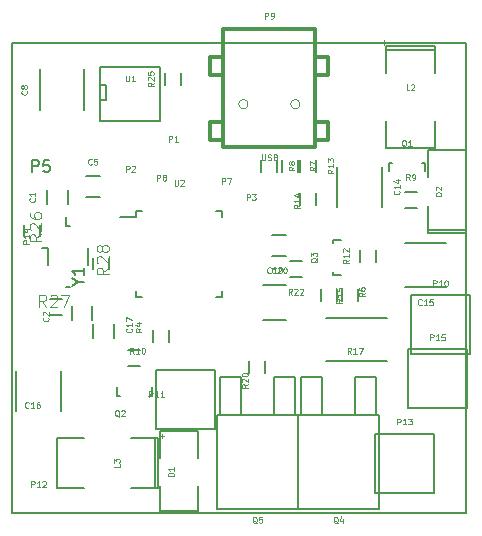
<source format=gbr>
G04 #@! TF.FileFunction,Legend,Top*
%FSLAX45Y45*%
G04 Gerber Fmt 4.5, Leading zero omitted, Abs format (unit mm)*
G04 Created by KiCad (PCBNEW (2015-12-04 BZR 6347, Git 4c88040)-product) date 15.04.2016 21:14:43*
%MOMM*%
G01*
G04 APERTURE LIST*
%ADD10C,0.100000*%
%ADD11C,0.150000*%
%ADD12C,0.304800*%
%ADD13C,0.010000*%
G04 APERTURE END LIST*
D10*
D11*
X17920000Y-9040000D02*
X14080000Y-9040000D01*
X17920000Y-13020000D02*
X17920000Y-9040000D01*
X14080000Y-13020000D02*
X17920000Y-13020000D01*
X14080000Y-9040000D02*
X14080000Y-13020000D01*
X14530000Y-10590000D02*
X14530000Y-10520000D01*
X14380000Y-10780000D02*
X14330000Y-10780000D01*
X14380000Y-10920208D02*
X14380000Y-10780000D01*
X14720000Y-10779896D02*
X14720000Y-10920104D01*
X14530000Y-11110000D02*
X14570000Y-11110000D01*
X14530000Y-10590000D02*
X14570000Y-10590000D01*
X17549916Y-10054976D02*
X17545090Y-10054976D01*
X17270018Y-10125080D02*
X17270018Y-10054976D01*
X17270018Y-10054976D02*
X17294910Y-10054976D01*
X17549916Y-10054976D02*
X17569982Y-10054976D01*
X17569982Y-10054976D02*
X17569982Y-10125080D01*
X15128960Y-10466790D02*
X15128960Y-10519290D01*
X15853960Y-10466790D02*
X15853960Y-10519290D01*
X15853960Y-11191790D02*
X15853960Y-11139290D01*
X15128960Y-11191790D02*
X15128960Y-11139290D01*
X15128960Y-10466790D02*
X15181460Y-10466790D01*
X15128960Y-11191790D02*
X15181460Y-11191790D01*
X15853960Y-11191790D02*
X15801460Y-11191790D01*
X15853960Y-10466790D02*
X15801460Y-10466790D01*
X15128960Y-10519290D02*
X14991460Y-10519290D01*
X14112240Y-11816080D02*
X14112240Y-12161520D01*
X14488160Y-11816080D02*
X14488160Y-12161520D01*
X14823000Y-9244400D02*
X15331000Y-9244400D01*
X15331000Y-9244400D02*
X15331000Y-9701600D01*
X15331000Y-9701600D02*
X14823000Y-9701600D01*
X14823000Y-9701600D02*
X14823000Y-9244400D01*
X14823000Y-9396800D02*
X14873800Y-9396800D01*
X14873800Y-9396800D02*
X14873800Y-9523800D01*
X14873800Y-9523800D02*
X14823000Y-9523800D01*
X16430000Y-10892500D02*
X16530000Y-10892500D01*
X16530000Y-11027500D02*
X16430000Y-11027500D01*
X16086900Y-11835600D02*
X16086900Y-11735600D01*
X16221900Y-11735600D02*
X16221900Y-11835600D01*
X16696500Y-11226000D02*
X16696500Y-11126000D01*
X16831500Y-11126000D02*
X16831500Y-11226000D01*
X16518700Y-10413200D02*
X16518700Y-10313200D01*
X16653700Y-10313200D02*
X16653700Y-10413200D01*
X16518700Y-10133800D02*
X16518700Y-10033800D01*
X16653700Y-10033800D02*
X16653700Y-10133800D01*
X17161700Y-10795800D02*
X17161700Y-10895800D01*
X17026700Y-10895800D02*
X17026700Y-10795800D01*
X15063000Y-11641900D02*
X15163000Y-11641900D01*
X15163000Y-11776900D02*
X15063000Y-11776900D01*
X17502500Y-10440000D02*
X17402500Y-10440000D01*
X17402500Y-10305000D02*
X17502500Y-10305000D01*
X16188500Y-10133800D02*
X16188500Y-10033800D01*
X16323500Y-10033800D02*
X16323500Y-10133800D01*
X16014700Y-12192000D02*
X16014700Y-11874500D01*
X16014700Y-11874500D02*
X15836900Y-11874500D01*
X15836900Y-11874500D02*
X15836900Y-12192000D01*
X16471900Y-12192000D02*
X16471900Y-11874500D01*
X16471900Y-11874500D02*
X16294100Y-11874500D01*
X16294100Y-11874500D02*
X16294100Y-12192000D01*
X15811500Y-12801600D02*
X15811500Y-12192000D01*
X15811500Y-12192000D02*
X16497300Y-12192000D01*
X16497300Y-12192000D02*
X16497300Y-12979400D01*
X16497300Y-12992100D02*
X15811500Y-12992100D01*
X15811500Y-12979400D02*
X15811500Y-12801600D01*
X16700500Y-12192000D02*
X16700500Y-11874500D01*
X16700500Y-11874500D02*
X16522700Y-11874500D01*
X16522700Y-11874500D02*
X16522700Y-12192000D01*
X17157700Y-12192000D02*
X17157700Y-11874500D01*
X17157700Y-11874500D02*
X16979900Y-11874500D01*
X16979900Y-11874500D02*
X16979900Y-12192000D01*
X16497300Y-12801600D02*
X16497300Y-12192000D01*
X16497300Y-12192000D02*
X17183100Y-12192000D01*
X17183100Y-12192000D02*
X17183100Y-12979400D01*
X17183100Y-12992100D02*
X16497300Y-12992100D01*
X16497300Y-12979400D02*
X16497300Y-12801600D01*
X16794976Y-10730084D02*
X16794976Y-10734910D01*
X16865080Y-11009982D02*
X16794976Y-11009982D01*
X16794976Y-11009982D02*
X16794976Y-10985090D01*
X16794976Y-10730084D02*
X16794976Y-10710018D01*
X16794976Y-10710018D02*
X16865080Y-10710018D01*
X14983084Y-12028424D02*
X14987910Y-12028424D01*
X15262982Y-11958320D02*
X15262982Y-12028424D01*
X15262982Y-12028424D02*
X15238090Y-12028424D01*
X14983084Y-12028424D02*
X14963018Y-12028424D01*
X14963018Y-12028424D02*
X14963018Y-11958320D01*
X16280000Y-10672500D02*
X16400000Y-10672500D01*
X16400000Y-10847500D02*
X16280000Y-10847500D01*
X14937500Y-11420000D02*
X14937500Y-11540000D01*
X14762500Y-11540000D02*
X14762500Y-11420000D01*
X14820000Y-10347500D02*
X14700000Y-10347500D01*
X14700000Y-10172500D02*
X14820000Y-10172500D01*
X14757500Y-11270000D02*
X14757500Y-11390000D01*
X14582500Y-11390000D02*
X14582500Y-11270000D01*
X14547500Y-10290000D02*
X14547500Y-10410000D01*
X14372500Y-10410000D02*
X14372500Y-10290000D01*
X15402500Y-11475000D02*
X15402500Y-11575000D01*
X15267500Y-11575000D02*
X15267500Y-11475000D01*
X16874300Y-11226000D02*
X16874300Y-11126000D01*
X17009300Y-11126000D02*
X17009300Y-11226000D01*
X16366300Y-10133800D02*
X16366300Y-10033800D01*
X16501300Y-10033800D02*
X16501300Y-10133800D01*
X17453864Y-11180064D02*
X17953736Y-11180064D01*
X17953736Y-11180064D02*
X17953736Y-11679936D01*
X17953736Y-11679936D02*
X17453864Y-11679936D01*
X17453864Y-11679936D02*
X17453864Y-11180064D01*
X15294864Y-11815064D02*
X15794736Y-11815064D01*
X15794736Y-11815064D02*
X15794736Y-12314936D01*
X15794736Y-12314936D02*
X15294864Y-12314936D01*
X15294864Y-12314936D02*
X15294864Y-11815064D01*
X17150064Y-12350064D02*
X17649936Y-12350064D01*
X17649936Y-12350064D02*
X17649936Y-12849936D01*
X17649936Y-12849936D02*
X17150064Y-12849936D01*
X17150064Y-12849936D02*
X17150064Y-12350064D01*
X17428464Y-11637264D02*
X17928336Y-11637264D01*
X17928336Y-11637264D02*
X17928336Y-12137136D01*
X17928336Y-12137136D02*
X17428464Y-12137136D01*
X17428464Y-12137136D02*
X17428464Y-11637264D01*
X15334000Y-13004600D02*
X15654000Y-13004600D01*
X15333980Y-12324588D02*
X15654020Y-12324588D01*
X15334000Y-13024600D02*
X15654000Y-13024600D01*
X15654528Y-12554966D02*
X15654528Y-12326366D01*
X15333472Y-12326366D02*
X15333472Y-12554966D01*
X15334000Y-12794600D02*
X15334000Y-13024600D01*
X15654000Y-13024600D02*
X15654000Y-12794600D01*
X17600000Y-10630000D02*
X17920000Y-10630000D01*
X17599980Y-9949988D02*
X17920020Y-9949988D01*
X17600000Y-10650000D02*
X17920000Y-10650000D01*
X17920528Y-10180366D02*
X17920528Y-9951766D01*
X17599472Y-9951766D02*
X17599472Y-10180366D01*
X17600000Y-10420000D02*
X17600000Y-10650000D01*
X17920000Y-10650000D02*
X17920000Y-10420000D01*
X17659858Y-9099644D02*
X17239742Y-9099644D01*
X17659858Y-9069578D02*
X17239742Y-9069578D01*
X17659858Y-9929622D02*
X17239742Y-9929622D01*
X17239234Y-9699244D02*
X17239234Y-9927844D01*
X17660366Y-9927844D02*
X17660366Y-9699244D01*
X17660366Y-9299702D02*
X17660366Y-9071102D01*
X17239234Y-9071356D02*
X17239234Y-9299956D01*
X15284356Y-12808458D02*
X15284356Y-12388342D01*
X15314422Y-12808458D02*
X15314422Y-12388342D01*
X14454378Y-12808458D02*
X14454378Y-12388342D01*
X14684756Y-12387834D02*
X14456156Y-12387834D01*
X14456156Y-12808966D02*
X14684756Y-12808966D01*
X15084298Y-12808966D02*
X15312898Y-12808966D01*
X15312644Y-12387834D02*
X15084044Y-12387834D01*
X16830040Y-10088880D02*
X16830040Y-10434320D01*
X17205960Y-10088880D02*
X17205960Y-10434320D01*
X17749520Y-10734040D02*
X17404080Y-10734040D01*
X17749520Y-11109960D02*
X17404080Y-11109960D01*
X16400000Y-11387500D02*
X16200000Y-11387500D01*
X16200000Y-11092500D02*
X16400000Y-11092500D01*
X16732600Y-11374500D02*
X17252600Y-11374500D01*
X17252600Y-11739500D02*
X16732600Y-11739500D01*
X14687960Y-9612720D02*
X14687960Y-9267280D01*
X14312040Y-9612720D02*
X14312040Y-9267280D01*
X15510700Y-9297200D02*
X15510700Y-9397200D01*
X15375700Y-9397200D02*
X15375700Y-9297200D01*
D12*
X16645890Y-9863836D02*
X16756126Y-9863836D01*
X16756126Y-9863836D02*
X16756126Y-9713722D01*
X16756126Y-9713722D02*
X16645890Y-9713722D01*
X15755874Y-9713468D02*
X15866110Y-9713468D01*
X15755874Y-9863582D02*
X15755874Y-9713468D01*
X15866110Y-9863582D02*
X15755874Y-9863582D01*
X15866110Y-9313418D02*
X15755874Y-9313418D01*
X15755874Y-9313418D02*
X15755874Y-9163304D01*
X15755874Y-9163304D02*
X15866110Y-9163304D01*
X16645890Y-9313418D02*
X16756126Y-9313418D01*
X16756126Y-9313418D02*
X16756126Y-9163304D01*
X16756126Y-9163304D02*
X16645890Y-9163304D01*
X16645890Y-8923274D02*
X15866110Y-8923274D01*
X15866110Y-8923274D02*
X15866110Y-9923526D01*
X15866110Y-9923526D02*
X16645890Y-9923526D01*
X16645890Y-9923526D02*
X16645890Y-8923274D01*
D11*
X14182500Y-10680000D02*
X14182500Y-10580000D01*
X14317500Y-10580000D02*
X14317500Y-10680000D01*
X14500000Y-11347500D02*
X14400000Y-11347500D01*
X14400000Y-11212500D02*
X14500000Y-11212500D01*
X14897500Y-10860000D02*
X14897500Y-10960000D01*
X14762500Y-10960000D02*
X14762500Y-10860000D01*
D10*
X16515668Y-9560560D02*
G75*
G03X16515668Y-9560560I-39958J0D01*
G01*
X16075994Y-9560560D02*
G75*
G03X16075994Y-9560560I-39958J0D01*
G01*
D11*
X14637619Y-11067619D02*
X14685238Y-11067619D01*
X14585238Y-11100952D02*
X14637619Y-11067619D01*
X14585238Y-11034286D01*
X14685238Y-10948571D02*
X14685238Y-11005714D01*
X14685238Y-10977143D02*
X14585238Y-10977143D01*
X14599524Y-10986667D01*
X14609048Y-10996191D01*
X14613809Y-11005714D01*
D13*
X17415238Y-9922381D02*
X17410476Y-9920000D01*
X17405714Y-9915238D01*
X17398571Y-9908095D01*
X17393810Y-9905714D01*
X17389048Y-9905714D01*
X17391429Y-9917619D02*
X17386667Y-9915238D01*
X17381905Y-9910476D01*
X17379524Y-9900952D01*
X17379524Y-9884286D01*
X17381905Y-9874762D01*
X17386667Y-9870000D01*
X17391429Y-9867619D01*
X17400952Y-9867619D01*
X17405714Y-9870000D01*
X17410476Y-9874762D01*
X17412857Y-9884286D01*
X17412857Y-9900952D01*
X17410476Y-9910476D01*
X17405714Y-9915238D01*
X17400952Y-9917619D01*
X17391429Y-9917619D01*
X17460476Y-9917619D02*
X17431905Y-9917619D01*
X17446191Y-9917619D02*
X17446191Y-9867619D01*
X17441429Y-9874762D01*
X17436667Y-9879524D01*
X17431905Y-9881905D01*
X15453365Y-10201909D02*
X15453365Y-10242385D01*
X15455746Y-10247147D01*
X15458127Y-10249528D01*
X15462889Y-10251909D01*
X15472412Y-10251909D01*
X15477174Y-10249528D01*
X15479555Y-10247147D01*
X15481936Y-10242385D01*
X15481936Y-10201909D01*
X15503365Y-10206671D02*
X15505746Y-10204290D01*
X15510508Y-10201909D01*
X15522412Y-10201909D01*
X15527174Y-10204290D01*
X15529555Y-10206671D01*
X15531936Y-10211433D01*
X15531936Y-10216195D01*
X15529555Y-10223338D01*
X15500984Y-10251909D01*
X15531936Y-10251909D01*
X14217857Y-12127857D02*
X14215476Y-12130238D01*
X14208333Y-12132619D01*
X14203571Y-12132619D01*
X14196429Y-12130238D01*
X14191667Y-12125476D01*
X14189286Y-12120714D01*
X14186905Y-12111190D01*
X14186905Y-12104048D01*
X14189286Y-12094524D01*
X14191667Y-12089762D01*
X14196429Y-12085000D01*
X14203571Y-12082619D01*
X14208333Y-12082619D01*
X14215476Y-12085000D01*
X14217857Y-12087381D01*
X14265476Y-12132619D02*
X14236905Y-12132619D01*
X14251190Y-12132619D02*
X14251190Y-12082619D01*
X14246429Y-12089762D01*
X14241667Y-12094524D01*
X14236905Y-12096905D01*
X14308333Y-12082619D02*
X14298809Y-12082619D01*
X14294048Y-12085000D01*
X14291667Y-12087381D01*
X14286905Y-12094524D01*
X14284524Y-12104048D01*
X14284524Y-12123095D01*
X14286905Y-12127857D01*
X14289286Y-12130238D01*
X14294048Y-12132619D01*
X14303571Y-12132619D01*
X14308333Y-12130238D01*
X14310714Y-12127857D01*
X14313095Y-12123095D01*
X14313095Y-12111190D01*
X14310714Y-12106429D01*
X14308333Y-12104048D01*
X14303571Y-12101667D01*
X14294048Y-12101667D01*
X14289286Y-12104048D01*
X14286905Y-12106429D01*
X14284524Y-12111190D01*
X15038905Y-9318619D02*
X15038905Y-9359095D01*
X15041286Y-9363857D01*
X15043667Y-9366238D01*
X15048429Y-9368619D01*
X15057952Y-9368619D01*
X15062714Y-9366238D01*
X15065095Y-9363857D01*
X15067476Y-9359095D01*
X15067476Y-9318619D01*
X15117476Y-9368619D02*
X15088905Y-9368619D01*
X15103190Y-9368619D02*
X15103190Y-9318619D01*
X15098429Y-9325762D01*
X15093667Y-9330524D01*
X15088905Y-9332905D01*
X16447857Y-11172619D02*
X16431190Y-11148810D01*
X16419286Y-11172619D02*
X16419286Y-11122619D01*
X16438333Y-11122619D01*
X16443095Y-11125000D01*
X16445476Y-11127381D01*
X16447857Y-11132143D01*
X16447857Y-11139286D01*
X16445476Y-11144048D01*
X16443095Y-11146429D01*
X16438333Y-11148810D01*
X16419286Y-11148810D01*
X16466905Y-11127381D02*
X16469286Y-11125000D01*
X16474048Y-11122619D01*
X16485952Y-11122619D01*
X16490714Y-11125000D01*
X16493095Y-11127381D01*
X16495476Y-11132143D01*
X16495476Y-11136905D01*
X16493095Y-11144048D01*
X16464524Y-11172619D01*
X16495476Y-11172619D01*
X16514524Y-11127381D02*
X16516905Y-11125000D01*
X16521667Y-11122619D01*
X16533571Y-11122619D01*
X16538333Y-11125000D01*
X16540714Y-11127381D01*
X16543095Y-11132143D01*
X16543095Y-11136905D01*
X16540714Y-11144048D01*
X16512143Y-11172619D01*
X16543095Y-11172619D01*
X16072619Y-11932143D02*
X16048809Y-11948809D01*
X16072619Y-11960714D02*
X16022619Y-11960714D01*
X16022619Y-11941667D01*
X16025000Y-11936905D01*
X16027381Y-11934524D01*
X16032143Y-11932143D01*
X16039286Y-11932143D01*
X16044048Y-11934524D01*
X16046429Y-11936905D01*
X16048809Y-11941667D01*
X16048809Y-11960714D01*
X16027381Y-11913095D02*
X16025000Y-11910714D01*
X16022619Y-11905952D01*
X16022619Y-11894048D01*
X16025000Y-11889286D01*
X16027381Y-11886905D01*
X16032143Y-11884524D01*
X16036905Y-11884524D01*
X16044048Y-11886905D01*
X16072619Y-11915476D01*
X16072619Y-11884524D01*
X16022619Y-11853571D02*
X16022619Y-11848809D01*
X16025000Y-11844048D01*
X16027381Y-11841667D01*
X16032143Y-11839286D01*
X16041667Y-11836905D01*
X16053571Y-11836905D01*
X16063095Y-11839286D01*
X16067857Y-11841667D01*
X16070238Y-11844048D01*
X16072619Y-11848809D01*
X16072619Y-11853571D01*
X16070238Y-11858333D01*
X16067857Y-11860714D01*
X16063095Y-11863095D01*
X16053571Y-11865476D01*
X16041667Y-11865476D01*
X16032143Y-11863095D01*
X16027381Y-11860714D01*
X16025000Y-11858333D01*
X16022619Y-11853571D01*
X16872619Y-11212143D02*
X16848810Y-11228809D01*
X16872619Y-11240714D02*
X16822619Y-11240714D01*
X16822619Y-11221667D01*
X16825000Y-11216905D01*
X16827381Y-11214524D01*
X16832143Y-11212143D01*
X16839286Y-11212143D01*
X16844048Y-11214524D01*
X16846429Y-11216905D01*
X16848810Y-11221667D01*
X16848810Y-11240714D01*
X16872619Y-11164524D02*
X16872619Y-11193095D01*
X16872619Y-11178810D02*
X16822619Y-11178810D01*
X16829762Y-11183571D01*
X16834524Y-11188333D01*
X16836905Y-11193095D01*
X16822619Y-11119286D02*
X16822619Y-11143095D01*
X16846429Y-11145476D01*
X16844048Y-11143095D01*
X16841667Y-11138333D01*
X16841667Y-11126429D01*
X16844048Y-11121667D01*
X16846429Y-11119286D01*
X16851191Y-11116905D01*
X16863095Y-11116905D01*
X16867857Y-11119286D01*
X16870238Y-11121667D01*
X16872619Y-11126429D01*
X16872619Y-11138333D01*
X16870238Y-11143095D01*
X16867857Y-11145476D01*
X16512619Y-10412143D02*
X16488809Y-10428810D01*
X16512619Y-10440714D02*
X16462619Y-10440714D01*
X16462619Y-10421667D01*
X16465000Y-10416905D01*
X16467381Y-10414524D01*
X16472143Y-10412143D01*
X16479286Y-10412143D01*
X16484048Y-10414524D01*
X16486429Y-10416905D01*
X16488809Y-10421667D01*
X16488809Y-10440714D01*
X16512619Y-10364524D02*
X16512619Y-10393095D01*
X16512619Y-10378810D02*
X16462619Y-10378810D01*
X16469762Y-10383571D01*
X16474524Y-10388333D01*
X16476905Y-10393095D01*
X16479286Y-10321667D02*
X16512619Y-10321667D01*
X16460238Y-10333571D02*
X16495952Y-10345476D01*
X16495952Y-10314524D01*
X16798819Y-10115943D02*
X16775009Y-10132610D01*
X16798819Y-10144514D02*
X16748819Y-10144514D01*
X16748819Y-10125467D01*
X16751200Y-10120705D01*
X16753581Y-10118324D01*
X16758343Y-10115943D01*
X16765486Y-10115943D01*
X16770248Y-10118324D01*
X16772629Y-10120705D01*
X16775009Y-10125467D01*
X16775009Y-10144514D01*
X16798819Y-10068324D02*
X16798819Y-10096895D01*
X16798819Y-10082610D02*
X16748819Y-10082610D01*
X16755962Y-10087371D01*
X16760724Y-10092133D01*
X16763105Y-10096895D01*
X16748819Y-10051657D02*
X16748819Y-10020705D01*
X16767867Y-10037371D01*
X16767867Y-10030229D01*
X16770248Y-10025467D01*
X16772629Y-10023086D01*
X16777391Y-10020705D01*
X16789295Y-10020705D01*
X16794057Y-10023086D01*
X16796438Y-10025467D01*
X16798819Y-10030229D01*
X16798819Y-10044514D01*
X16796438Y-10049276D01*
X16794057Y-10051657D01*
X16926819Y-10877943D02*
X16903010Y-10894610D01*
X16926819Y-10906514D02*
X16876819Y-10906514D01*
X16876819Y-10887467D01*
X16879200Y-10882705D01*
X16881581Y-10880324D01*
X16886343Y-10877943D01*
X16893486Y-10877943D01*
X16898248Y-10880324D01*
X16900629Y-10882705D01*
X16903010Y-10887467D01*
X16903010Y-10906514D01*
X16926819Y-10830324D02*
X16926819Y-10858895D01*
X16926819Y-10844610D02*
X16876819Y-10844610D01*
X16883962Y-10849371D01*
X16888724Y-10854133D01*
X16891105Y-10858895D01*
X16881581Y-10811276D02*
X16879200Y-10808895D01*
X16876819Y-10804133D01*
X16876819Y-10792229D01*
X16879200Y-10787467D01*
X16881581Y-10785086D01*
X16886343Y-10782705D01*
X16891105Y-10782705D01*
X16898248Y-10785086D01*
X16926819Y-10813657D01*
X16926819Y-10782705D01*
X15107857Y-11672619D02*
X15091190Y-11648809D01*
X15079286Y-11672619D02*
X15079286Y-11622619D01*
X15098333Y-11622619D01*
X15103095Y-11625000D01*
X15105476Y-11627381D01*
X15107857Y-11632143D01*
X15107857Y-11639286D01*
X15105476Y-11644048D01*
X15103095Y-11646429D01*
X15098333Y-11648809D01*
X15079286Y-11648809D01*
X15155476Y-11672619D02*
X15126905Y-11672619D01*
X15141190Y-11672619D02*
X15141190Y-11622619D01*
X15136429Y-11629762D01*
X15131667Y-11634524D01*
X15126905Y-11636905D01*
X15186429Y-11622619D02*
X15191190Y-11622619D01*
X15195952Y-11625000D01*
X15198333Y-11627381D01*
X15200714Y-11632143D01*
X15203095Y-11641667D01*
X15203095Y-11653571D01*
X15200714Y-11663095D01*
X15198333Y-11667857D01*
X15195952Y-11670238D01*
X15191190Y-11672619D01*
X15186429Y-11672619D01*
X15181667Y-11670238D01*
X15179286Y-11667857D01*
X15176905Y-11663095D01*
X15174524Y-11653571D01*
X15174524Y-11641667D01*
X15176905Y-11632143D01*
X15179286Y-11627381D01*
X15181667Y-11625000D01*
X15186429Y-11622619D01*
X17444167Y-10205119D02*
X17427500Y-10181310D01*
X17415595Y-10205119D02*
X17415595Y-10155119D01*
X17434643Y-10155119D01*
X17439405Y-10157500D01*
X17441786Y-10159881D01*
X17444167Y-10164643D01*
X17444167Y-10171786D01*
X17441786Y-10176548D01*
X17439405Y-10178929D01*
X17434643Y-10181310D01*
X17415595Y-10181310D01*
X17467976Y-10205119D02*
X17477500Y-10205119D01*
X17482262Y-10202738D01*
X17484643Y-10200357D01*
X17489405Y-10193214D01*
X17491786Y-10183691D01*
X17491786Y-10164643D01*
X17489405Y-10159881D01*
X17487024Y-10157500D01*
X17482262Y-10155119D01*
X17472738Y-10155119D01*
X17467976Y-10157500D01*
X17465595Y-10159881D01*
X17463214Y-10164643D01*
X17463214Y-10176548D01*
X17465595Y-10181310D01*
X17467976Y-10183691D01*
X17472738Y-10186071D01*
X17482262Y-10186071D01*
X17487024Y-10183691D01*
X17489405Y-10181310D01*
X17491786Y-10176548D01*
X16468619Y-10092133D02*
X16444809Y-10108800D01*
X16468619Y-10120705D02*
X16418619Y-10120705D01*
X16418619Y-10101657D01*
X16421000Y-10096895D01*
X16423381Y-10094514D01*
X16428143Y-10092133D01*
X16435286Y-10092133D01*
X16440048Y-10094514D01*
X16442429Y-10096895D01*
X16444809Y-10101657D01*
X16444809Y-10120705D01*
X16440048Y-10063562D02*
X16437667Y-10068324D01*
X16435286Y-10070705D01*
X16430524Y-10073086D01*
X16428143Y-10073086D01*
X16423381Y-10070705D01*
X16421000Y-10068324D01*
X16418619Y-10063562D01*
X16418619Y-10054038D01*
X16421000Y-10049276D01*
X16423381Y-10046895D01*
X16428143Y-10044514D01*
X16430524Y-10044514D01*
X16435286Y-10046895D01*
X16437667Y-10049276D01*
X16440048Y-10054038D01*
X16440048Y-10063562D01*
X16442429Y-10068324D01*
X16444809Y-10070705D01*
X16449571Y-10073086D01*
X16459095Y-10073086D01*
X16463857Y-10070705D01*
X16466238Y-10068324D01*
X16468619Y-10063562D01*
X16468619Y-10054038D01*
X16466238Y-10049276D01*
X16463857Y-10046895D01*
X16459095Y-10044514D01*
X16449571Y-10044514D01*
X16444809Y-10046895D01*
X16442429Y-10049276D01*
X16440048Y-10054038D01*
X16149638Y-13108381D02*
X16144876Y-13106000D01*
X16140114Y-13101238D01*
X16132971Y-13094095D01*
X16128209Y-13091714D01*
X16123448Y-13091714D01*
X16125829Y-13103619D02*
X16121067Y-13101238D01*
X16116305Y-13096476D01*
X16113924Y-13086952D01*
X16113924Y-13070286D01*
X16116305Y-13060762D01*
X16121067Y-13056000D01*
X16125829Y-13053619D01*
X16135352Y-13053619D01*
X16140114Y-13056000D01*
X16144876Y-13060762D01*
X16147257Y-13070286D01*
X16147257Y-13086952D01*
X16144876Y-13096476D01*
X16140114Y-13101238D01*
X16135352Y-13103619D01*
X16125829Y-13103619D01*
X16192495Y-13053619D02*
X16168686Y-13053619D01*
X16166305Y-13077429D01*
X16168686Y-13075048D01*
X16173448Y-13072667D01*
X16185352Y-13072667D01*
X16190114Y-13075048D01*
X16192495Y-13077429D01*
X16194876Y-13082190D01*
X16194876Y-13094095D01*
X16192495Y-13098857D01*
X16190114Y-13101238D01*
X16185352Y-13103619D01*
X16173448Y-13103619D01*
X16168686Y-13101238D01*
X16166305Y-13098857D01*
X16835438Y-13108381D02*
X16830676Y-13106000D01*
X16825914Y-13101238D01*
X16818771Y-13094095D01*
X16814010Y-13091714D01*
X16809248Y-13091714D01*
X16811629Y-13103619D02*
X16806867Y-13101238D01*
X16802105Y-13096476D01*
X16799724Y-13086952D01*
X16799724Y-13070286D01*
X16802105Y-13060762D01*
X16806867Y-13056000D01*
X16811629Y-13053619D01*
X16821152Y-13053619D01*
X16825914Y-13056000D01*
X16830676Y-13060762D01*
X16833057Y-13070286D01*
X16833057Y-13086952D01*
X16830676Y-13096476D01*
X16825914Y-13101238D01*
X16821152Y-13103619D01*
X16811629Y-13103619D01*
X16875914Y-13070286D02*
X16875914Y-13103619D01*
X16864010Y-13051238D02*
X16852105Y-13086952D01*
X16883057Y-13086952D01*
X16662381Y-10864762D02*
X16660000Y-10869524D01*
X16655238Y-10874286D01*
X16648095Y-10881429D01*
X16645714Y-10886191D01*
X16645714Y-10890952D01*
X16657619Y-10888571D02*
X16655238Y-10893333D01*
X16650476Y-10898095D01*
X16640952Y-10900476D01*
X16624286Y-10900476D01*
X16614762Y-10898095D01*
X16610000Y-10893333D01*
X16607619Y-10888571D01*
X16607619Y-10879048D01*
X16610000Y-10874286D01*
X16614762Y-10869524D01*
X16624286Y-10867143D01*
X16640952Y-10867143D01*
X16650476Y-10869524D01*
X16655238Y-10874286D01*
X16657619Y-10879048D01*
X16657619Y-10888571D01*
X16607619Y-10850476D02*
X16607619Y-10819524D01*
X16626667Y-10836190D01*
X16626667Y-10829048D01*
X16629048Y-10824286D01*
X16631429Y-10821905D01*
X16636190Y-10819524D01*
X16648095Y-10819524D01*
X16652857Y-10821905D01*
X16655238Y-10824286D01*
X16657619Y-10829048D01*
X16657619Y-10843333D01*
X16655238Y-10848095D01*
X16652857Y-10850476D01*
X14985238Y-12207381D02*
X14980476Y-12205000D01*
X14975714Y-12200238D01*
X14968571Y-12193095D01*
X14963809Y-12190714D01*
X14959048Y-12190714D01*
X14961429Y-12202619D02*
X14956667Y-12200238D01*
X14951905Y-12195476D01*
X14949524Y-12185952D01*
X14949524Y-12169286D01*
X14951905Y-12159762D01*
X14956667Y-12155000D01*
X14961429Y-12152619D01*
X14970952Y-12152619D01*
X14975714Y-12155000D01*
X14980476Y-12159762D01*
X14982857Y-12169286D01*
X14982857Y-12185952D01*
X14980476Y-12195476D01*
X14975714Y-12200238D01*
X14970952Y-12202619D01*
X14961429Y-12202619D01*
X15001905Y-12157381D02*
X15004286Y-12155000D01*
X15009048Y-12152619D01*
X15020952Y-12152619D01*
X15025714Y-12155000D01*
X15028095Y-12157381D01*
X15030476Y-12162143D01*
X15030476Y-12166905D01*
X15028095Y-12174048D01*
X14999524Y-12202619D01*
X15030476Y-12202619D01*
X16307857Y-10987857D02*
X16305476Y-10990238D01*
X16298333Y-10992619D01*
X16293571Y-10992619D01*
X16286429Y-10990238D01*
X16281667Y-10985476D01*
X16279286Y-10980714D01*
X16276905Y-10971191D01*
X16276905Y-10964048D01*
X16279286Y-10954524D01*
X16281667Y-10949762D01*
X16286429Y-10945000D01*
X16293571Y-10942619D01*
X16298333Y-10942619D01*
X16305476Y-10945000D01*
X16307857Y-10947381D01*
X16326905Y-10947381D02*
X16329286Y-10945000D01*
X16334048Y-10942619D01*
X16345952Y-10942619D01*
X16350714Y-10945000D01*
X16353095Y-10947381D01*
X16355476Y-10952143D01*
X16355476Y-10956905D01*
X16353095Y-10964048D01*
X16324524Y-10992619D01*
X16355476Y-10992619D01*
X16386429Y-10942619D02*
X16391190Y-10942619D01*
X16395952Y-10945000D01*
X16398333Y-10947381D01*
X16400714Y-10952143D01*
X16403095Y-10961667D01*
X16403095Y-10973571D01*
X16400714Y-10983095D01*
X16398333Y-10987857D01*
X16395952Y-10990238D01*
X16391190Y-10992619D01*
X16386429Y-10992619D01*
X16381667Y-10990238D01*
X16379286Y-10987857D01*
X16376905Y-10983095D01*
X16374524Y-10973571D01*
X16374524Y-10961667D01*
X16376905Y-10952143D01*
X16379286Y-10947381D01*
X16381667Y-10945000D01*
X16386429Y-10942619D01*
X15087857Y-11462143D02*
X15090238Y-11464524D01*
X15092619Y-11471667D01*
X15092619Y-11476428D01*
X15090238Y-11483571D01*
X15085476Y-11488333D01*
X15080714Y-11490714D01*
X15071190Y-11493095D01*
X15064048Y-11493095D01*
X15054524Y-11490714D01*
X15049762Y-11488333D01*
X15045000Y-11483571D01*
X15042619Y-11476428D01*
X15042619Y-11471667D01*
X15045000Y-11464524D01*
X15047381Y-11462143D01*
X15092619Y-11414524D02*
X15092619Y-11443095D01*
X15092619Y-11428809D02*
X15042619Y-11428809D01*
X15049762Y-11433571D01*
X15054524Y-11438333D01*
X15056905Y-11443095D01*
X15042619Y-11397857D02*
X15042619Y-11364524D01*
X15092619Y-11385952D01*
X14751667Y-10067857D02*
X14749286Y-10070238D01*
X14742143Y-10072619D01*
X14737381Y-10072619D01*
X14730238Y-10070238D01*
X14725476Y-10065476D01*
X14723095Y-10060714D01*
X14720714Y-10051191D01*
X14720714Y-10044048D01*
X14723095Y-10034524D01*
X14725476Y-10029762D01*
X14730238Y-10025000D01*
X14737381Y-10022619D01*
X14742143Y-10022619D01*
X14749286Y-10025000D01*
X14751667Y-10027381D01*
X14796905Y-10022619D02*
X14773095Y-10022619D01*
X14770714Y-10046429D01*
X14773095Y-10044048D01*
X14777857Y-10041667D01*
X14789762Y-10041667D01*
X14794524Y-10044048D01*
X14796905Y-10046429D01*
X14799286Y-10051191D01*
X14799286Y-10063095D01*
X14796905Y-10067857D01*
X14794524Y-10070238D01*
X14789762Y-10072619D01*
X14777857Y-10072619D01*
X14773095Y-10070238D01*
X14770714Y-10067857D01*
X14382457Y-11368733D02*
X14384838Y-11371114D01*
X14387219Y-11378257D01*
X14387219Y-11383019D01*
X14384838Y-11390162D01*
X14380076Y-11394924D01*
X14375314Y-11397305D01*
X14365790Y-11399686D01*
X14358648Y-11399686D01*
X14349124Y-11397305D01*
X14344362Y-11394924D01*
X14339600Y-11390162D01*
X14337219Y-11383019D01*
X14337219Y-11378257D01*
X14339600Y-11371114D01*
X14341981Y-11368733D01*
X14341981Y-11349686D02*
X14339600Y-11347305D01*
X14337219Y-11342543D01*
X14337219Y-11330638D01*
X14339600Y-11325876D01*
X14341981Y-11323495D01*
X14346743Y-11321114D01*
X14351505Y-11321114D01*
X14358648Y-11323495D01*
X14387219Y-11352067D01*
X14387219Y-11321114D01*
X14267857Y-10358333D02*
X14270238Y-10360714D01*
X14272619Y-10367857D01*
X14272619Y-10372619D01*
X14270238Y-10379762D01*
X14265476Y-10384524D01*
X14260714Y-10386905D01*
X14251190Y-10389286D01*
X14244048Y-10389286D01*
X14234524Y-10386905D01*
X14229762Y-10384524D01*
X14225000Y-10379762D01*
X14222619Y-10372619D01*
X14222619Y-10367857D01*
X14225000Y-10360714D01*
X14227381Y-10358333D01*
X14272619Y-10310714D02*
X14272619Y-10339286D01*
X14272619Y-10325000D02*
X14222619Y-10325000D01*
X14229762Y-10329762D01*
X14234524Y-10334524D01*
X14236905Y-10339286D01*
X15172619Y-11458333D02*
X15148809Y-11475000D01*
X15172619Y-11486905D02*
X15122619Y-11486905D01*
X15122619Y-11467857D01*
X15125000Y-11463095D01*
X15127381Y-11460714D01*
X15132143Y-11458333D01*
X15139286Y-11458333D01*
X15144048Y-11460714D01*
X15146429Y-11463095D01*
X15148809Y-11467857D01*
X15148809Y-11486905D01*
X15139286Y-11415476D02*
X15172619Y-11415476D01*
X15120238Y-11427381D02*
X15155952Y-11439286D01*
X15155952Y-11408333D01*
X17062619Y-11158333D02*
X17038810Y-11175000D01*
X17062619Y-11186905D02*
X17012619Y-11186905D01*
X17012619Y-11167857D01*
X17015000Y-11163095D01*
X17017381Y-11160714D01*
X17022143Y-11158333D01*
X17029286Y-11158333D01*
X17034048Y-11160714D01*
X17036429Y-11163095D01*
X17038810Y-11167857D01*
X17038810Y-11186905D01*
X17012619Y-11115476D02*
X17012619Y-11125000D01*
X17015000Y-11129762D01*
X17017381Y-11132143D01*
X17024524Y-11136905D01*
X17034048Y-11139286D01*
X17053095Y-11139286D01*
X17057857Y-11136905D01*
X17060238Y-11134524D01*
X17062619Y-11129762D01*
X17062619Y-11120238D01*
X17060238Y-11115476D01*
X17057857Y-11113095D01*
X17053095Y-11110714D01*
X17041191Y-11110714D01*
X17036429Y-11113095D01*
X17034048Y-11115476D01*
X17031667Y-11120238D01*
X17031667Y-11129762D01*
X17034048Y-11134524D01*
X17036429Y-11136905D01*
X17041191Y-11139286D01*
X16646419Y-10092133D02*
X16622609Y-10108800D01*
X16646419Y-10120705D02*
X16596419Y-10120705D01*
X16596419Y-10101657D01*
X16598800Y-10096895D01*
X16601181Y-10094514D01*
X16605943Y-10092133D01*
X16613086Y-10092133D01*
X16617848Y-10094514D01*
X16620229Y-10096895D01*
X16622609Y-10101657D01*
X16622609Y-10120705D01*
X16596419Y-10075467D02*
X16596419Y-10042133D01*
X16646419Y-10063562D01*
X15406295Y-9877019D02*
X15406295Y-9827019D01*
X15425343Y-9827019D01*
X15430105Y-9829400D01*
X15432486Y-9831781D01*
X15434867Y-9836543D01*
X15434867Y-9843686D01*
X15432486Y-9848448D01*
X15430105Y-9850829D01*
X15425343Y-9853210D01*
X15406295Y-9853210D01*
X15482486Y-9877019D02*
X15453914Y-9877019D01*
X15468200Y-9877019D02*
X15468200Y-9827019D01*
X15463438Y-9834162D01*
X15458676Y-9838924D01*
X15453914Y-9841305D01*
X15043095Y-10132619D02*
X15043095Y-10082619D01*
X15062143Y-10082619D01*
X15066905Y-10085000D01*
X15069286Y-10087381D01*
X15071667Y-10092143D01*
X15071667Y-10099286D01*
X15069286Y-10104048D01*
X15066905Y-10106429D01*
X15062143Y-10108810D01*
X15043095Y-10108810D01*
X15090714Y-10087381D02*
X15093095Y-10085000D01*
X15097857Y-10082619D01*
X15109762Y-10082619D01*
X15114524Y-10085000D01*
X15116905Y-10087381D01*
X15119286Y-10092143D01*
X15119286Y-10096905D01*
X15116905Y-10104048D01*
X15088333Y-10132619D01*
X15119286Y-10132619D01*
X15853095Y-10237619D02*
X15853095Y-10187619D01*
X15872143Y-10187619D01*
X15876905Y-10190000D01*
X15879286Y-10192381D01*
X15881667Y-10197143D01*
X15881667Y-10204286D01*
X15879286Y-10209048D01*
X15876905Y-10211429D01*
X15872143Y-10213810D01*
X15853095Y-10213810D01*
X15898333Y-10187619D02*
X15931667Y-10187619D01*
X15910238Y-10237619D01*
X15304695Y-10207219D02*
X15304695Y-10157219D01*
X15323743Y-10157219D01*
X15328505Y-10159600D01*
X15330886Y-10161981D01*
X15333267Y-10166743D01*
X15333267Y-10173886D01*
X15330886Y-10178648D01*
X15328505Y-10181029D01*
X15323743Y-10183410D01*
X15304695Y-10183410D01*
X15361838Y-10178648D02*
X15357076Y-10176267D01*
X15354695Y-10173886D01*
X15352314Y-10169124D01*
X15352314Y-10166743D01*
X15354695Y-10161981D01*
X15357076Y-10159600D01*
X15361838Y-10157219D01*
X15371362Y-10157219D01*
X15376124Y-10159600D01*
X15378505Y-10161981D01*
X15380886Y-10166743D01*
X15380886Y-10169124D01*
X15378505Y-10173886D01*
X15376124Y-10176267D01*
X15371362Y-10178648D01*
X15361838Y-10178648D01*
X15357076Y-10181029D01*
X15354695Y-10183410D01*
X15352314Y-10188171D01*
X15352314Y-10197695D01*
X15354695Y-10202457D01*
X15357076Y-10204838D01*
X15361838Y-10207219D01*
X15371362Y-10207219D01*
X15376124Y-10204838D01*
X15378505Y-10202457D01*
X15380886Y-10197695D01*
X15380886Y-10188171D01*
X15378505Y-10183410D01*
X15376124Y-10181029D01*
X15371362Y-10178648D01*
X17643086Y-11102607D02*
X17643086Y-11052607D01*
X17662133Y-11052607D01*
X17666895Y-11054988D01*
X17669276Y-11057369D01*
X17671657Y-11062131D01*
X17671657Y-11069274D01*
X17669276Y-11074036D01*
X17666895Y-11076417D01*
X17662133Y-11078798D01*
X17643086Y-11078798D01*
X17719276Y-11102607D02*
X17690705Y-11102607D01*
X17704991Y-11102607D02*
X17704991Y-11052607D01*
X17700229Y-11059750D01*
X17695467Y-11064512D01*
X17690705Y-11066893D01*
X17750229Y-11052607D02*
X17754991Y-11052607D01*
X17759752Y-11054988D01*
X17762133Y-11057369D01*
X17764514Y-11062131D01*
X17766895Y-11071655D01*
X17766895Y-11083559D01*
X17764514Y-11093083D01*
X17762133Y-11097845D01*
X17759752Y-11100226D01*
X17754991Y-11102607D01*
X17750229Y-11102607D01*
X17745467Y-11100226D01*
X17743086Y-11097845D01*
X17740705Y-11093083D01*
X17738324Y-11083559D01*
X17738324Y-11071655D01*
X17740705Y-11062131D01*
X17743086Y-11057369D01*
X17745467Y-11054988D01*
X17750229Y-11052607D01*
X15239286Y-12042619D02*
X15239286Y-11992619D01*
X15258333Y-11992619D01*
X15263095Y-11995000D01*
X15265476Y-11997381D01*
X15267857Y-12002143D01*
X15267857Y-12009286D01*
X15265476Y-12014048D01*
X15263095Y-12016429D01*
X15258333Y-12018809D01*
X15239286Y-12018809D01*
X15315476Y-12042619D02*
X15286905Y-12042619D01*
X15301190Y-12042619D02*
X15301190Y-11992619D01*
X15296429Y-11999762D01*
X15291667Y-12004524D01*
X15286905Y-12006905D01*
X15363095Y-12042619D02*
X15334524Y-12042619D01*
X15348809Y-12042619D02*
X15348809Y-11992619D01*
X15344048Y-11999762D01*
X15339286Y-12004524D01*
X15334524Y-12006905D01*
X14239286Y-12802619D02*
X14239286Y-12752619D01*
X14258333Y-12752619D01*
X14263095Y-12755000D01*
X14265476Y-12757381D01*
X14267857Y-12762143D01*
X14267857Y-12769286D01*
X14265476Y-12774048D01*
X14263095Y-12776429D01*
X14258333Y-12778809D01*
X14239286Y-12778809D01*
X14315476Y-12802619D02*
X14286905Y-12802619D01*
X14301190Y-12802619D02*
X14301190Y-12752619D01*
X14296429Y-12759762D01*
X14291667Y-12764524D01*
X14286905Y-12766905D01*
X14334524Y-12757381D02*
X14336905Y-12755000D01*
X14341667Y-12752619D01*
X14353571Y-12752619D01*
X14358333Y-12755000D01*
X14360714Y-12757381D01*
X14363095Y-12762143D01*
X14363095Y-12766905D01*
X14360714Y-12774048D01*
X14332143Y-12802619D01*
X14363095Y-12802619D01*
X17339286Y-12272607D02*
X17339286Y-12222607D01*
X17358333Y-12222607D01*
X17363095Y-12224988D01*
X17365476Y-12227369D01*
X17367857Y-12232131D01*
X17367857Y-12239274D01*
X17365476Y-12244036D01*
X17363095Y-12246417D01*
X17358333Y-12248797D01*
X17339286Y-12248797D01*
X17415476Y-12272607D02*
X17386905Y-12272607D01*
X17401191Y-12272607D02*
X17401191Y-12222607D01*
X17396429Y-12229750D01*
X17391667Y-12234512D01*
X17386905Y-12236893D01*
X17432143Y-12222607D02*
X17463095Y-12222607D01*
X17446429Y-12241655D01*
X17453571Y-12241655D01*
X17458333Y-12244036D01*
X17460714Y-12246417D01*
X17463095Y-12251178D01*
X17463095Y-12263083D01*
X17460714Y-12267845D01*
X17458333Y-12270226D01*
X17453571Y-12272607D01*
X17439286Y-12272607D01*
X17434524Y-12270226D01*
X17432143Y-12267845D01*
X14222619Y-10740714D02*
X14172619Y-10740714D01*
X14172619Y-10721667D01*
X14175000Y-10716905D01*
X14177381Y-10714524D01*
X14182143Y-10712143D01*
X14189286Y-10712143D01*
X14194048Y-10714524D01*
X14196429Y-10716905D01*
X14198809Y-10721667D01*
X14198809Y-10740714D01*
X14222619Y-10664524D02*
X14222619Y-10693095D01*
X14222619Y-10678810D02*
X14172619Y-10678810D01*
X14179762Y-10683571D01*
X14184524Y-10688333D01*
X14186905Y-10693095D01*
X14189286Y-10621667D02*
X14222619Y-10621667D01*
X14170238Y-10633571D02*
X14205952Y-10645476D01*
X14205952Y-10614524D01*
X17617686Y-11559807D02*
X17617686Y-11509807D01*
X17636733Y-11509807D01*
X17641495Y-11512188D01*
X17643876Y-11514569D01*
X17646257Y-11519331D01*
X17646257Y-11526474D01*
X17643876Y-11531236D01*
X17641495Y-11533617D01*
X17636733Y-11535997D01*
X17617686Y-11535997D01*
X17693876Y-11559807D02*
X17665305Y-11559807D01*
X17679591Y-11559807D02*
X17679591Y-11509807D01*
X17674829Y-11516950D01*
X17670067Y-11521712D01*
X17665305Y-11524093D01*
X17739114Y-11509807D02*
X17715305Y-11509807D01*
X17712924Y-11533617D01*
X17715305Y-11531236D01*
X17720067Y-11528855D01*
X17731971Y-11528855D01*
X17736733Y-11531236D01*
X17739114Y-11533617D01*
X17741495Y-11538378D01*
X17741495Y-11550283D01*
X17739114Y-11555045D01*
X17736733Y-11557426D01*
X17731971Y-11559807D01*
X17720067Y-11559807D01*
X17715305Y-11557426D01*
X17712924Y-11555045D01*
X15446619Y-12711505D02*
X15396619Y-12711505D01*
X15396619Y-12699600D01*
X15399000Y-12692457D01*
X15403762Y-12687695D01*
X15408524Y-12685314D01*
X15418048Y-12682933D01*
X15425190Y-12682933D01*
X15434714Y-12685314D01*
X15439476Y-12687695D01*
X15444238Y-12692457D01*
X15446619Y-12699600D01*
X15446619Y-12711505D01*
X15446619Y-12635314D02*
X15446619Y-12663886D01*
X15446619Y-12649600D02*
X15396619Y-12649600D01*
X15403762Y-12654362D01*
X15408524Y-12659124D01*
X15410905Y-12663886D01*
X17712619Y-10336905D02*
X17662619Y-10336905D01*
X17662619Y-10325000D01*
X17665000Y-10317857D01*
X17669762Y-10313095D01*
X17674524Y-10310714D01*
X17684048Y-10308333D01*
X17691191Y-10308333D01*
X17700714Y-10310714D01*
X17705476Y-10313095D01*
X17710238Y-10317857D01*
X17712619Y-10325000D01*
X17712619Y-10336905D01*
X17667381Y-10289286D02*
X17665000Y-10286905D01*
X17662619Y-10282143D01*
X17662619Y-10270238D01*
X17665000Y-10265476D01*
X17667381Y-10263095D01*
X17672143Y-10260714D01*
X17676905Y-10260714D01*
X17684048Y-10263095D01*
X17712619Y-10291667D01*
X17712619Y-10260714D01*
X17441467Y-9442209D02*
X17417657Y-9442209D01*
X17417657Y-9392209D01*
X17455752Y-9396971D02*
X17458133Y-9394590D01*
X17462895Y-9392209D01*
X17474800Y-9392209D01*
X17479562Y-9394590D01*
X17481943Y-9396971D01*
X17484324Y-9401733D01*
X17484324Y-9406495D01*
X17481943Y-9413638D01*
X17453372Y-9442209D01*
X17484324Y-9442209D01*
X17223247Y-9058654D02*
X17223247Y-9020558D01*
X17242295Y-9039606D02*
X17204200Y-9039606D01*
X14987029Y-12606733D02*
X14987029Y-12630543D01*
X14937029Y-12630543D01*
X14937029Y-12594828D02*
X14937029Y-12563876D01*
X14956077Y-12580543D01*
X14956077Y-12573400D01*
X14958458Y-12568638D01*
X14960839Y-12566257D01*
X14965600Y-12563876D01*
X14977505Y-12563876D01*
X14982267Y-12566257D01*
X14984648Y-12568638D01*
X14987029Y-12573400D01*
X14987029Y-12587686D01*
X14984648Y-12592448D01*
X14982267Y-12594828D01*
X15325346Y-12371847D02*
X15363442Y-12371847D01*
X15344394Y-12390895D02*
X15344394Y-12352800D01*
X17353357Y-10293743D02*
X17355738Y-10296124D01*
X17358119Y-10303267D01*
X17358119Y-10308029D01*
X17355738Y-10315171D01*
X17350976Y-10319933D01*
X17346214Y-10322314D01*
X17336691Y-10324695D01*
X17329548Y-10324695D01*
X17320024Y-10322314D01*
X17315262Y-10319933D01*
X17310500Y-10315171D01*
X17308119Y-10308029D01*
X17308119Y-10303267D01*
X17310500Y-10296124D01*
X17312881Y-10293743D01*
X17358119Y-10246124D02*
X17358119Y-10274695D01*
X17358119Y-10260410D02*
X17308119Y-10260410D01*
X17315262Y-10265171D01*
X17320024Y-10269933D01*
X17322405Y-10274695D01*
X17324786Y-10203267D02*
X17358119Y-10203267D01*
X17305738Y-10215171D02*
X17341452Y-10227076D01*
X17341452Y-10196124D01*
X17544657Y-11257357D02*
X17542276Y-11259738D01*
X17535133Y-11262119D01*
X17530372Y-11262119D01*
X17523229Y-11259738D01*
X17518467Y-11254976D01*
X17516086Y-11250214D01*
X17513705Y-11240690D01*
X17513705Y-11233548D01*
X17516086Y-11224024D01*
X17518467Y-11219262D01*
X17523229Y-11214500D01*
X17530372Y-11212119D01*
X17535133Y-11212119D01*
X17542276Y-11214500D01*
X17544657Y-11216881D01*
X17592276Y-11262119D02*
X17563705Y-11262119D01*
X17577991Y-11262119D02*
X17577991Y-11212119D01*
X17573229Y-11219262D01*
X17568467Y-11224024D01*
X17563705Y-11226405D01*
X17637514Y-11212119D02*
X17613705Y-11212119D01*
X17611324Y-11235929D01*
X17613705Y-11233548D01*
X17618467Y-11231167D01*
X17630371Y-11231167D01*
X17635133Y-11233548D01*
X17637514Y-11235929D01*
X17639895Y-11240690D01*
X17639895Y-11252595D01*
X17637514Y-11257357D01*
X17635133Y-11259738D01*
X17630371Y-11262119D01*
X17618467Y-11262119D01*
X17613705Y-11259738D01*
X17611324Y-11257357D01*
X16267857Y-10987857D02*
X16265476Y-10990238D01*
X16258333Y-10992619D01*
X16253571Y-10992619D01*
X16246429Y-10990238D01*
X16241667Y-10985476D01*
X16239286Y-10980714D01*
X16236905Y-10971191D01*
X16236905Y-10964048D01*
X16239286Y-10954524D01*
X16241667Y-10949762D01*
X16246429Y-10945000D01*
X16253571Y-10942619D01*
X16258333Y-10942619D01*
X16265476Y-10945000D01*
X16267857Y-10947381D01*
X16315476Y-10992619D02*
X16286905Y-10992619D01*
X16301190Y-10992619D02*
X16301190Y-10942619D01*
X16296429Y-10949762D01*
X16291667Y-10954524D01*
X16286905Y-10956905D01*
X16346429Y-10942619D02*
X16351190Y-10942619D01*
X16355952Y-10945000D01*
X16358333Y-10947381D01*
X16360714Y-10952143D01*
X16363095Y-10961667D01*
X16363095Y-10973571D01*
X16360714Y-10983095D01*
X16358333Y-10987857D01*
X16355952Y-10990238D01*
X16351190Y-10992619D01*
X16346429Y-10992619D01*
X16341667Y-10990238D01*
X16339286Y-10987857D01*
X16336905Y-10983095D01*
X16334524Y-10973571D01*
X16334524Y-10961667D01*
X16336905Y-10952143D01*
X16339286Y-10947381D01*
X16341667Y-10945000D01*
X16346429Y-10942619D01*
X16947857Y-11672619D02*
X16931191Y-11648809D01*
X16919286Y-11672619D02*
X16919286Y-11622619D01*
X16938333Y-11622619D01*
X16943095Y-11625000D01*
X16945476Y-11627381D01*
X16947857Y-11632143D01*
X16947857Y-11639286D01*
X16945476Y-11644048D01*
X16943095Y-11646429D01*
X16938333Y-11648809D01*
X16919286Y-11648809D01*
X16995476Y-11672619D02*
X16966905Y-11672619D01*
X16981191Y-11672619D02*
X16981191Y-11622619D01*
X16976429Y-11629762D01*
X16971667Y-11634524D01*
X16966905Y-11636905D01*
X17012143Y-11622619D02*
X17045476Y-11622619D01*
X17024048Y-11672619D01*
X14200357Y-9448333D02*
X14202738Y-9450714D01*
X14205119Y-9457857D01*
X14205119Y-9462619D01*
X14202738Y-9469762D01*
X14197976Y-9474524D01*
X14193214Y-9476905D01*
X14183690Y-9479286D01*
X14176548Y-9479286D01*
X14167024Y-9476905D01*
X14162262Y-9474524D01*
X14157500Y-9469762D01*
X14155119Y-9462619D01*
X14155119Y-9457857D01*
X14157500Y-9450714D01*
X14159881Y-9448333D01*
X14176548Y-9419762D02*
X14174167Y-9424524D01*
X14171786Y-9426905D01*
X14167024Y-9429286D01*
X14164643Y-9429286D01*
X14159881Y-9426905D01*
X14157500Y-9424524D01*
X14155119Y-9419762D01*
X14155119Y-9410238D01*
X14157500Y-9405476D01*
X14159881Y-9403095D01*
X14164643Y-9400714D01*
X14167024Y-9400714D01*
X14171786Y-9403095D01*
X14174167Y-9405476D01*
X14176548Y-9410238D01*
X14176548Y-9419762D01*
X14178929Y-9424524D01*
X14181309Y-9426905D01*
X14186071Y-9429286D01*
X14195595Y-9429286D01*
X14200357Y-9426905D01*
X14202738Y-9424524D01*
X14205119Y-9419762D01*
X14205119Y-9410238D01*
X14202738Y-9405476D01*
X14200357Y-9403095D01*
X14195595Y-9400714D01*
X14186071Y-9400714D01*
X14181309Y-9403095D01*
X14178929Y-9405476D01*
X14176548Y-9410238D01*
X16063095Y-10372619D02*
X16063095Y-10322619D01*
X16082143Y-10322619D01*
X16086905Y-10325000D01*
X16089286Y-10327381D01*
X16091667Y-10332143D01*
X16091667Y-10339286D01*
X16089286Y-10344048D01*
X16086905Y-10346429D01*
X16082143Y-10348810D01*
X16063095Y-10348810D01*
X16108333Y-10322619D02*
X16139286Y-10322619D01*
X16122619Y-10341667D01*
X16129762Y-10341667D01*
X16134524Y-10344048D01*
X16136905Y-10346429D01*
X16139286Y-10351191D01*
X16139286Y-10363095D01*
X16136905Y-10367857D01*
X16134524Y-10370238D01*
X16129762Y-10372619D01*
X16115476Y-10372619D01*
X16110714Y-10370238D01*
X16108333Y-10367857D01*
X15275819Y-9379343D02*
X15252009Y-9396010D01*
X15275819Y-9407914D02*
X15225819Y-9407914D01*
X15225819Y-9388867D01*
X15228200Y-9384105D01*
X15230581Y-9381724D01*
X15235343Y-9379343D01*
X15242486Y-9379343D01*
X15247248Y-9381724D01*
X15249629Y-9384105D01*
X15252009Y-9388867D01*
X15252009Y-9407914D01*
X15230581Y-9360295D02*
X15228200Y-9357914D01*
X15225819Y-9353152D01*
X15225819Y-9341248D01*
X15228200Y-9336486D01*
X15230581Y-9334105D01*
X15235343Y-9331724D01*
X15240105Y-9331724D01*
X15247248Y-9334105D01*
X15275819Y-9362676D01*
X15275819Y-9331724D01*
X15225819Y-9286486D02*
X15225819Y-9310295D01*
X15249629Y-9312676D01*
X15247248Y-9310295D01*
X15244867Y-9305533D01*
X15244867Y-9293629D01*
X15247248Y-9288867D01*
X15249629Y-9286486D01*
X15254390Y-9284105D01*
X15266295Y-9284105D01*
X15271057Y-9286486D01*
X15273438Y-9288867D01*
X15275819Y-9293629D01*
X15275819Y-9305533D01*
X15273438Y-9310295D01*
X15271057Y-9312676D01*
X16219095Y-8835911D02*
X16219095Y-8785911D01*
X16238143Y-8785911D01*
X16242905Y-8788292D01*
X16245286Y-8790673D01*
X16247667Y-8795435D01*
X16247667Y-8802578D01*
X16245286Y-8807340D01*
X16242905Y-8809721D01*
X16238143Y-8812102D01*
X16219095Y-8812102D01*
X16271476Y-8835911D02*
X16281000Y-8835911D01*
X16285762Y-8833530D01*
X16288143Y-8831149D01*
X16292905Y-8824006D01*
X16295286Y-8814483D01*
X16295286Y-8795435D01*
X16292905Y-8790673D01*
X16290524Y-8788292D01*
X16285762Y-8785911D01*
X16276238Y-8785911D01*
X16271476Y-8788292D01*
X16269095Y-8790673D01*
X16266714Y-8795435D01*
X16266714Y-8807340D01*
X16269095Y-8812102D01*
X16271476Y-8814483D01*
X16276238Y-8816863D01*
X16285762Y-8816863D01*
X16290524Y-8814483D01*
X16292905Y-8812102D01*
X16295286Y-8807340D01*
X16192905Y-9986061D02*
X16192905Y-10026537D01*
X16195286Y-10031299D01*
X16197667Y-10033680D01*
X16202429Y-10036061D01*
X16211952Y-10036061D01*
X16216714Y-10033680D01*
X16219095Y-10031299D01*
X16221476Y-10026537D01*
X16221476Y-9986061D01*
X16242905Y-10033680D02*
X16250048Y-10036061D01*
X16261952Y-10036061D01*
X16266714Y-10033680D01*
X16269095Y-10031299D01*
X16271476Y-10026537D01*
X16271476Y-10021775D01*
X16269095Y-10017013D01*
X16266714Y-10014633D01*
X16261952Y-10012252D01*
X16252429Y-10009871D01*
X16247667Y-10007490D01*
X16245286Y-10005109D01*
X16242905Y-10000347D01*
X16242905Y-9995585D01*
X16245286Y-9990823D01*
X16247667Y-9988442D01*
X16252429Y-9986061D01*
X16264333Y-9986061D01*
X16271476Y-9988442D01*
X16309571Y-10009871D02*
X16316714Y-10012252D01*
X16319095Y-10014633D01*
X16321476Y-10019394D01*
X16321476Y-10026537D01*
X16319095Y-10031299D01*
X16316714Y-10033680D01*
X16311952Y-10036061D01*
X16292905Y-10036061D01*
X16292905Y-9986061D01*
X16309571Y-9986061D01*
X16314333Y-9988442D01*
X16316714Y-9990823D01*
X16319095Y-9995585D01*
X16319095Y-10000347D01*
X16316714Y-10005109D01*
X16314333Y-10007490D01*
X16309571Y-10009871D01*
X16292905Y-10009871D01*
D11*
X14246190Y-10135238D02*
X14246190Y-10035238D01*
X14284286Y-10035238D01*
X14293810Y-10040000D01*
X14298571Y-10044762D01*
X14303333Y-10054286D01*
X14303333Y-10068571D01*
X14298571Y-10078095D01*
X14293810Y-10082857D01*
X14284286Y-10087619D01*
X14246190Y-10087619D01*
X14393810Y-10035238D02*
X14346190Y-10035238D01*
X14341429Y-10082857D01*
X14346190Y-10078095D01*
X14355714Y-10073333D01*
X14379524Y-10073333D01*
X14389048Y-10078095D01*
X14393810Y-10082857D01*
X14398571Y-10092381D01*
X14398571Y-10116191D01*
X14393810Y-10125714D01*
X14389048Y-10130476D01*
X14379524Y-10135238D01*
X14355714Y-10135238D01*
X14346190Y-10130476D01*
X14341429Y-10125714D01*
D13*
X14325238Y-10664286D02*
X14277619Y-10697619D01*
X14325238Y-10721429D02*
X14225238Y-10721429D01*
X14225238Y-10683333D01*
X14230000Y-10673810D01*
X14234762Y-10669048D01*
X14244286Y-10664286D01*
X14258571Y-10664286D01*
X14268095Y-10669048D01*
X14272857Y-10673810D01*
X14277619Y-10683333D01*
X14277619Y-10721429D01*
X14234762Y-10626191D02*
X14230000Y-10621429D01*
X14225238Y-10611905D01*
X14225238Y-10588095D01*
X14230000Y-10578571D01*
X14234762Y-10573810D01*
X14244286Y-10569048D01*
X14253809Y-10569048D01*
X14268095Y-10573810D01*
X14325238Y-10630952D01*
X14325238Y-10569048D01*
X14225238Y-10483333D02*
X14225238Y-10502381D01*
X14230000Y-10511905D01*
X14234762Y-10516667D01*
X14249048Y-10526191D01*
X14268095Y-10530952D01*
X14306190Y-10530952D01*
X14315714Y-10526191D01*
X14320476Y-10521429D01*
X14325238Y-10511905D01*
X14325238Y-10492857D01*
X14320476Y-10483333D01*
X14315714Y-10478571D01*
X14306190Y-10473810D01*
X14282381Y-10473810D01*
X14272857Y-10478571D01*
X14268095Y-10483333D01*
X14263333Y-10492857D01*
X14263333Y-10511905D01*
X14268095Y-10521429D01*
X14272857Y-10526191D01*
X14282381Y-10530952D01*
X14365714Y-11275238D02*
X14332381Y-11227619D01*
X14308571Y-11275238D02*
X14308571Y-11175238D01*
X14346667Y-11175238D01*
X14356190Y-11180000D01*
X14360952Y-11184762D01*
X14365714Y-11194286D01*
X14365714Y-11208571D01*
X14360952Y-11218095D01*
X14356190Y-11222857D01*
X14346667Y-11227619D01*
X14308571Y-11227619D01*
X14403809Y-11184762D02*
X14408571Y-11180000D01*
X14418095Y-11175238D01*
X14441905Y-11175238D01*
X14451429Y-11180000D01*
X14456190Y-11184762D01*
X14460952Y-11194286D01*
X14460952Y-11203809D01*
X14456190Y-11218095D01*
X14399048Y-11275238D01*
X14460952Y-11275238D01*
X14494286Y-11175238D02*
X14560952Y-11175238D01*
X14518095Y-11275238D01*
X14895238Y-10944286D02*
X14847619Y-10977619D01*
X14895238Y-11001429D02*
X14795238Y-11001429D01*
X14795238Y-10963333D01*
X14800000Y-10953810D01*
X14804762Y-10949048D01*
X14814286Y-10944286D01*
X14828571Y-10944286D01*
X14838095Y-10949048D01*
X14842857Y-10953810D01*
X14847619Y-10963333D01*
X14847619Y-11001429D01*
X14804762Y-10906191D02*
X14800000Y-10901429D01*
X14795238Y-10891905D01*
X14795238Y-10868095D01*
X14800000Y-10858571D01*
X14804762Y-10853810D01*
X14814286Y-10849048D01*
X14823809Y-10849048D01*
X14838095Y-10853810D01*
X14895238Y-10910952D01*
X14895238Y-10849048D01*
X14838095Y-10791905D02*
X14833333Y-10801429D01*
X14828571Y-10806191D01*
X14819048Y-10810952D01*
X14814286Y-10810952D01*
X14804762Y-10806191D01*
X14800000Y-10801429D01*
X14795238Y-10791905D01*
X14795238Y-10772857D01*
X14800000Y-10763333D01*
X14804762Y-10758571D01*
X14814286Y-10753810D01*
X14819048Y-10753810D01*
X14828571Y-10758571D01*
X14833333Y-10763333D01*
X14838095Y-10772857D01*
X14838095Y-10791905D01*
X14842857Y-10801429D01*
X14847619Y-10806191D01*
X14857143Y-10810952D01*
X14876190Y-10810952D01*
X14885714Y-10806191D01*
X14890476Y-10801429D01*
X14895238Y-10791905D01*
X14895238Y-10772857D01*
X14890476Y-10763333D01*
X14885714Y-10758571D01*
X14876190Y-10753810D01*
X14857143Y-10753810D01*
X14847619Y-10758571D01*
X14842857Y-10763333D01*
X14838095Y-10772857D01*
M02*

</source>
